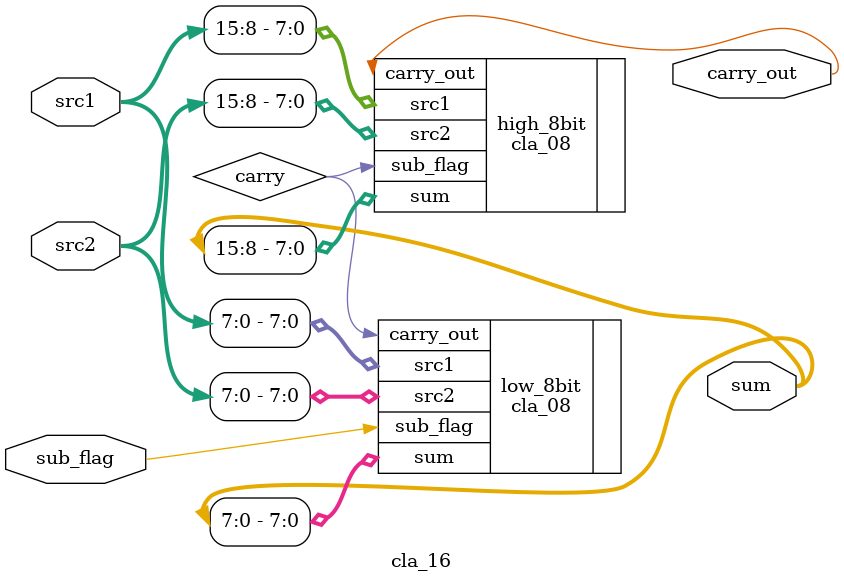
<source format=v>
module cla_16(
    input [15:0] src1,
    input [15:0] src2,
    input sub_flag,
    output [15:0] sum,
    output carry_out
);

    wire carry;

    cla_08 low_8bit(
        .src1       (src1[7:0]),
        .src2       (src2[7:0]),
        .sub_flag   (sub_flag),
        .sum        (sum[7:0]),
        .carry_out  (carry)
    );

    cla_08 high_8bit(
        .src1       (src1[15:8]),
        .src2       (src2[15:8]),
        .sub_flag   (carry),
        .sum        (sum[15:8]),
        .carry_out  (carry_out)
    );
endmodule
</source>
